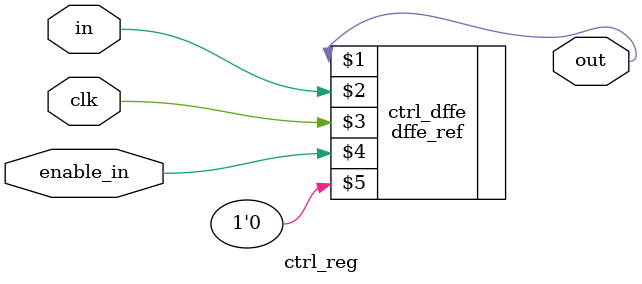
<source format=v>
module ctrl_reg(in, clk, enable_in, out);
    input in, clk, enable_in;

    output out;

    dffe_ref ctrl_dffe(out, in, clk, enable_in, 1'b0);
endmodule
</source>
